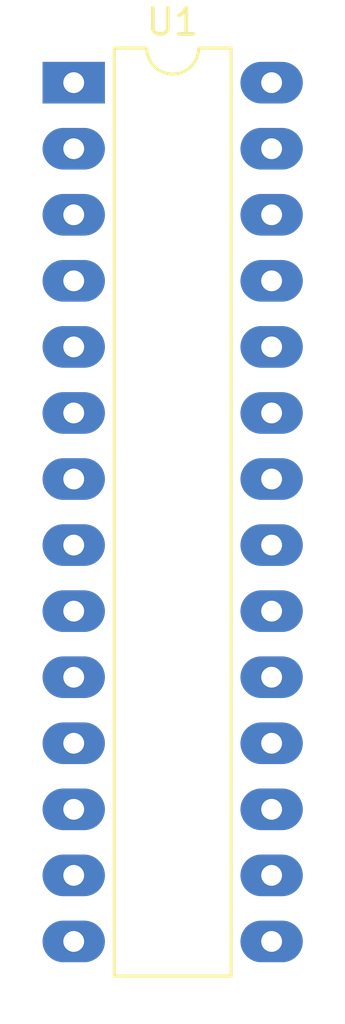
<source format=kicad_pcb>
(kicad_pcb (version 20171130) (host pcbnew "(5.1.6)-1")

  (general
    (thickness 1.6)
    (drawings 0)
    (tracks 0)
    (zones 0)
    (modules 1)
    (nets 28)
  )

  (page A4)
  (layers
    (0 F.Cu signal)
    (31 B.Cu signal)
    (32 B.Adhes user)
    (33 F.Adhes user)
    (34 B.Paste user)
    (35 F.Paste user)
    (36 B.SilkS user)
    (37 F.SilkS user)
    (38 B.Mask user)
    (39 F.Mask user)
    (40 Dwgs.User user)
    (41 Cmts.User user)
    (42 Eco1.User user)
    (43 Eco2.User user)
    (44 Edge.Cuts user)
    (45 Margin user)
    (46 B.CrtYd user)
    (47 F.CrtYd user)
    (48 B.Fab user)
    (49 F.Fab user)
  )

  (setup
    (last_trace_width 0.25)
    (trace_clearance 0.2)
    (zone_clearance 0.508)
    (zone_45_only no)
    (trace_min 0.2)
    (via_size 0.8)
    (via_drill 0.4)
    (via_min_size 0.4)
    (via_min_drill 0.3)
    (uvia_size 0.3)
    (uvia_drill 0.1)
    (uvias_allowed no)
    (uvia_min_size 0.2)
    (uvia_min_drill 0.1)
    (edge_width 0.05)
    (segment_width 0.2)
    (pcb_text_width 0.3)
    (pcb_text_size 1.5 1.5)
    (mod_edge_width 0.12)
    (mod_text_size 1 1)
    (mod_text_width 0.15)
    (pad_size 1.524 1.524)
    (pad_drill 0.762)
    (pad_to_mask_clearance 0.05)
    (aux_axis_origin 0 0)
    (visible_elements FFFFFF7F)
    (pcbplotparams
      (layerselection 0x010fc_ffffffff)
      (usegerberextensions false)
      (usegerberattributes true)
      (usegerberadvancedattributes true)
      (creategerberjobfile true)
      (excludeedgelayer true)
      (linewidth 0.100000)
      (plotframeref false)
      (viasonmask false)
      (mode 1)
      (useauxorigin false)
      (hpglpennumber 1)
      (hpglpenspeed 20)
      (hpglpendiameter 15.000000)
      (psnegative false)
      (psa4output false)
      (plotreference true)
      (plotvalue true)
      (plotinvisibletext false)
      (padsonsilk false)
      (subtractmaskfromsilk false)
      (outputformat 1)
      (mirror false)
      (drillshape 1)
      (scaleselection 1)
      (outputdirectory ""))
  )

  (net 0 "")
  (net 1 "Net-(U1-Pad1)")
  (net 2 "Net-(U1-Pad15)")
  (net 3 "Net-(U1-Pad2)")
  (net 4 "Net-(U1-Pad16)")
  (net 5 "Net-(U1-Pad3)")
  (net 6 "Net-(U1-Pad17)")
  (net 7 "Net-(U1-Pad4)")
  (net 8 "Net-(U1-Pad18)")
  (net 9 "Net-(U1-Pad5)")
  (net 10 "Net-(U1-Pad19)")
  (net 11 "Net-(U1-Pad6)")
  (net 12 "Net-(U1-Pad20)")
  (net 13 "Net-(U1-Pad7)")
  (net 14 "Net-(U1-Pad21)")
  (net 15 "Net-(U1-Pad22)")
  (net 16 "Net-(U1-Pad9)")
  (net 17 "Net-(U1-Pad23)")
  (net 18 "Net-(U1-Pad10)")
  (net 19 "Net-(U1-Pad24)")
  (net 20 "Net-(U1-Pad11)")
  (net 21 "Net-(U1-Pad25)")
  (net 22 "Net-(U1-Pad12)")
  (net 23 "Net-(U1-Pad26)")
  (net 24 "Net-(U1-Pad13)")
  (net 25 "Net-(U1-Pad27)")
  (net 26 "Net-(U1-Pad14)")
  (net 27 "Net-(U1-Pad28)")

  (net_class Default "This is the default net class."
    (clearance 0.2)
    (trace_width 0.25)
    (via_dia 0.8)
    (via_drill 0.4)
    (uvia_dia 0.3)
    (uvia_drill 0.1)
    (add_net "Net-(U1-Pad1)")
    (add_net "Net-(U1-Pad10)")
    (add_net "Net-(U1-Pad11)")
    (add_net "Net-(U1-Pad12)")
    (add_net "Net-(U1-Pad13)")
    (add_net "Net-(U1-Pad14)")
    (add_net "Net-(U1-Pad15)")
    (add_net "Net-(U1-Pad16)")
    (add_net "Net-(U1-Pad17)")
    (add_net "Net-(U1-Pad18)")
    (add_net "Net-(U1-Pad19)")
    (add_net "Net-(U1-Pad2)")
    (add_net "Net-(U1-Pad20)")
    (add_net "Net-(U1-Pad21)")
    (add_net "Net-(U1-Pad22)")
    (add_net "Net-(U1-Pad23)")
    (add_net "Net-(U1-Pad24)")
    (add_net "Net-(U1-Pad25)")
    (add_net "Net-(U1-Pad26)")
    (add_net "Net-(U1-Pad27)")
    (add_net "Net-(U1-Pad28)")
    (add_net "Net-(U1-Pad3)")
    (add_net "Net-(U1-Pad4)")
    (add_net "Net-(U1-Pad5)")
    (add_net "Net-(U1-Pad6)")
    (add_net "Net-(U1-Pad7)")
    (add_net "Net-(U1-Pad9)")
  )

  (module Package_DIP:DIP-28_W7.62mm_LongPads (layer F.Cu) (tedit 5A02E8C5) (tstamp 5F2788D0)
    (at 157.48 62.23)
    (descr "28-lead though-hole mounted DIP package, row spacing 7.62 mm (300 mils), LongPads")
    (tags "THT DIP DIL PDIP 2.54mm 7.62mm 300mil LongPads")
    (path /5F272BC1)
    (fp_text reference U1 (at 3.81 -2.33) (layer F.SilkS)
      (effects (font (size 1 1) (thickness 0.15)))
    )
    (fp_text value PIC18F2520-xSP (at 3.81 35.35) (layer F.Fab)
      (effects (font (size 1 1) (thickness 0.15)))
    )
    (fp_line (start 9.1 -1.55) (end -1.45 -1.55) (layer F.CrtYd) (width 0.05))
    (fp_line (start 9.1 34.55) (end 9.1 -1.55) (layer F.CrtYd) (width 0.05))
    (fp_line (start -1.45 34.55) (end 9.1 34.55) (layer F.CrtYd) (width 0.05))
    (fp_line (start -1.45 -1.55) (end -1.45 34.55) (layer F.CrtYd) (width 0.05))
    (fp_line (start 6.06 -1.33) (end 4.81 -1.33) (layer F.SilkS) (width 0.12))
    (fp_line (start 6.06 34.35) (end 6.06 -1.33) (layer F.SilkS) (width 0.12))
    (fp_line (start 1.56 34.35) (end 6.06 34.35) (layer F.SilkS) (width 0.12))
    (fp_line (start 1.56 -1.33) (end 1.56 34.35) (layer F.SilkS) (width 0.12))
    (fp_line (start 2.81 -1.33) (end 1.56 -1.33) (layer F.SilkS) (width 0.12))
    (fp_line (start 0.635 -0.27) (end 1.635 -1.27) (layer F.Fab) (width 0.1))
    (fp_line (start 0.635 34.29) (end 0.635 -0.27) (layer F.Fab) (width 0.1))
    (fp_line (start 6.985 34.29) (end 0.635 34.29) (layer F.Fab) (width 0.1))
    (fp_line (start 6.985 -1.27) (end 6.985 34.29) (layer F.Fab) (width 0.1))
    (fp_line (start 1.635 -1.27) (end 6.985 -1.27) (layer F.Fab) (width 0.1))
    (fp_arc (start 3.81 -1.33) (end 2.81 -1.33) (angle -180) (layer F.SilkS) (width 0.12))
    (fp_text user %R (at 3.81 16.51) (layer F.Fab)
      (effects (font (size 1 1) (thickness 0.15)))
    )
    (pad 1 thru_hole rect (at 0 0) (size 2.4 1.6) (drill 0.8) (layers *.Cu *.Mask)
      (net 1 "Net-(U1-Pad1)"))
    (pad 15 thru_hole oval (at 7.62 33.02) (size 2.4 1.6) (drill 0.8) (layers *.Cu *.Mask)
      (net 2 "Net-(U1-Pad15)"))
    (pad 2 thru_hole oval (at 0 2.54) (size 2.4 1.6) (drill 0.8) (layers *.Cu *.Mask)
      (net 3 "Net-(U1-Pad2)"))
    (pad 16 thru_hole oval (at 7.62 30.48) (size 2.4 1.6) (drill 0.8) (layers *.Cu *.Mask)
      (net 4 "Net-(U1-Pad16)"))
    (pad 3 thru_hole oval (at 0 5.08) (size 2.4 1.6) (drill 0.8) (layers *.Cu *.Mask)
      (net 5 "Net-(U1-Pad3)"))
    (pad 17 thru_hole oval (at 7.62 27.94) (size 2.4 1.6) (drill 0.8) (layers *.Cu *.Mask)
      (net 6 "Net-(U1-Pad17)"))
    (pad 4 thru_hole oval (at 0 7.62) (size 2.4 1.6) (drill 0.8) (layers *.Cu *.Mask)
      (net 7 "Net-(U1-Pad4)"))
    (pad 18 thru_hole oval (at 7.62 25.4) (size 2.4 1.6) (drill 0.8) (layers *.Cu *.Mask)
      (net 8 "Net-(U1-Pad18)"))
    (pad 5 thru_hole oval (at 0 10.16) (size 2.4 1.6) (drill 0.8) (layers *.Cu *.Mask)
      (net 9 "Net-(U1-Pad5)"))
    (pad 19 thru_hole oval (at 7.62 22.86) (size 2.4 1.6) (drill 0.8) (layers *.Cu *.Mask)
      (net 10 "Net-(U1-Pad19)"))
    (pad 6 thru_hole oval (at 0 12.7) (size 2.4 1.6) (drill 0.8) (layers *.Cu *.Mask)
      (net 11 "Net-(U1-Pad6)"))
    (pad 20 thru_hole oval (at 7.62 20.32) (size 2.4 1.6) (drill 0.8) (layers *.Cu *.Mask)
      (net 12 "Net-(U1-Pad20)"))
    (pad 7 thru_hole oval (at 0 15.24) (size 2.4 1.6) (drill 0.8) (layers *.Cu *.Mask)
      (net 13 "Net-(U1-Pad7)"))
    (pad 21 thru_hole oval (at 7.62 17.78) (size 2.4 1.6) (drill 0.8) (layers *.Cu *.Mask)
      (net 14 "Net-(U1-Pad21)"))
    (pad 8 thru_hole oval (at 0 17.78) (size 2.4 1.6) (drill 0.8) (layers *.Cu *.Mask)
      (net 10 "Net-(U1-Pad19)"))
    (pad 22 thru_hole oval (at 7.62 15.24) (size 2.4 1.6) (drill 0.8) (layers *.Cu *.Mask)
      (net 15 "Net-(U1-Pad22)"))
    (pad 9 thru_hole oval (at 0 20.32) (size 2.4 1.6) (drill 0.8) (layers *.Cu *.Mask)
      (net 16 "Net-(U1-Pad9)"))
    (pad 23 thru_hole oval (at 7.62 12.7) (size 2.4 1.6) (drill 0.8) (layers *.Cu *.Mask)
      (net 17 "Net-(U1-Pad23)"))
    (pad 10 thru_hole oval (at 0 22.86) (size 2.4 1.6) (drill 0.8) (layers *.Cu *.Mask)
      (net 18 "Net-(U1-Pad10)"))
    (pad 24 thru_hole oval (at 7.62 10.16) (size 2.4 1.6) (drill 0.8) (layers *.Cu *.Mask)
      (net 19 "Net-(U1-Pad24)"))
    (pad 11 thru_hole oval (at 0 25.4) (size 2.4 1.6) (drill 0.8) (layers *.Cu *.Mask)
      (net 20 "Net-(U1-Pad11)"))
    (pad 25 thru_hole oval (at 7.62 7.62) (size 2.4 1.6) (drill 0.8) (layers *.Cu *.Mask)
      (net 21 "Net-(U1-Pad25)"))
    (pad 12 thru_hole oval (at 0 27.94) (size 2.4 1.6) (drill 0.8) (layers *.Cu *.Mask)
      (net 22 "Net-(U1-Pad12)"))
    (pad 26 thru_hole oval (at 7.62 5.08) (size 2.4 1.6) (drill 0.8) (layers *.Cu *.Mask)
      (net 23 "Net-(U1-Pad26)"))
    (pad 13 thru_hole oval (at 0 30.48) (size 2.4 1.6) (drill 0.8) (layers *.Cu *.Mask)
      (net 24 "Net-(U1-Pad13)"))
    (pad 27 thru_hole oval (at 7.62 2.54) (size 2.4 1.6) (drill 0.8) (layers *.Cu *.Mask)
      (net 25 "Net-(U1-Pad27)"))
    (pad 14 thru_hole oval (at 0 33.02) (size 2.4 1.6) (drill 0.8) (layers *.Cu *.Mask)
      (net 26 "Net-(U1-Pad14)"))
    (pad 28 thru_hole oval (at 7.62 0) (size 2.4 1.6) (drill 0.8) (layers *.Cu *.Mask)
      (net 27 "Net-(U1-Pad28)"))
    (model ${KISYS3DMOD}/Package_DIP.3dshapes/DIP-28_W7.62mm.wrl
      (at (xyz 0 0 0))
      (scale (xyz 1 1 1))
      (rotate (xyz 0 0 0))
    )
  )

)

</source>
